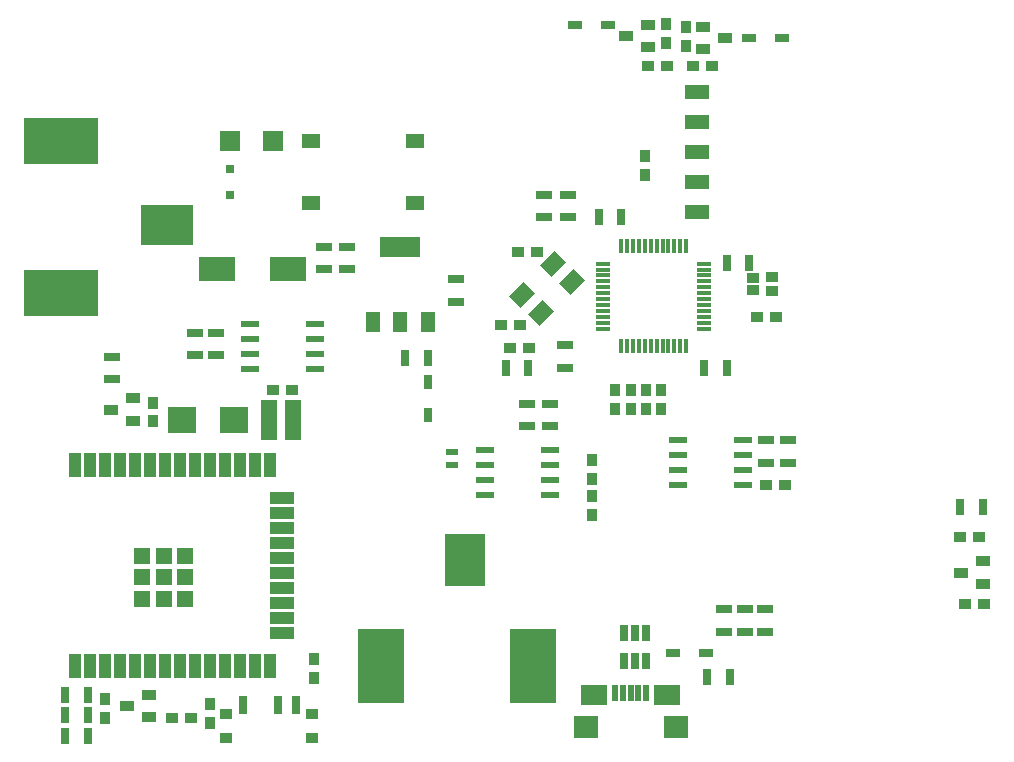
<source format=gtp>
G04*
G04 #@! TF.GenerationSoftware,Altium Limited,Altium Designer,23.4.1 (23)*
G04*
G04 Layer_Color=8421504*
%FSLAX25Y25*%
%MOIN*%
G70*
G04*
G04 #@! TF.SameCoordinates,687DAE7F-2A6D-4925-9110-F28A9C07312E*
G04*
G04*
G04 #@! TF.FilePolarity,Positive*
G04*
G01*
G75*
%ADD21R,0.03150X0.05512*%
%ADD22R,0.04194X0.03494*%
%ADD23R,0.05512X0.03150*%
G04:AMPARAMS|DCode=24|XSize=66.93mil|YSize=53.15mil|CornerRadius=0mil|HoleSize=0mil|Usage=FLASHONLY|Rotation=225.000|XOffset=0mil|YOffset=0mil|HoleType=Round|Shape=Rectangle|*
%AMROTATEDRECTD24*
4,1,4,0.00487,0.04245,0.04245,0.00487,-0.00487,-0.04245,-0.04245,-0.00487,0.00487,0.04245,0.0*
%
%ADD24ROTATEDRECTD24*%

%ADD25R,0.05118X0.01575*%
%ADD26R,0.01575X0.05118*%
%ADD27R,0.03494X0.04194*%
%ADD28R,0.04724X0.03543*%
%ADD29R,0.08268X0.04724*%
%ADD30R,0.02756X0.02756*%
%ADD31R,0.06693X0.06693*%
%ADD32R,0.17717X0.13386*%
%ADD33R,0.24803X0.15748*%
%ADD34R,0.03937X0.08268*%
%ADD35R,0.08268X0.03937*%
%ADD36R,0.05630X0.05630*%
%ADD37R,0.09252X0.08740*%
%ADD38R,0.07874X0.07480*%
%ADD39R,0.08661X0.06693*%
%ADD40R,0.01968X0.05709*%
%ADD41R,0.02756X0.05748*%
%ADD42R,0.04528X0.02559*%
%ADD43R,0.06299X0.02362*%
%ADD44R,0.04331X0.02362*%
%ADD45R,0.04331X0.03543*%
%ADD46R,0.03150X0.06299*%
%ADD47R,0.13386X0.17717*%
%ADD48R,0.15748X0.24803*%
%ADD49R,0.05512X0.13780*%
%ADD50R,0.02559X0.04528*%
%ADD51R,0.13386X0.06693*%
%ADD52R,0.05118X0.06693*%
%ADD53R,0.06496X0.05118*%
%ADD54R,0.12205X0.08268*%
D21*
X250984Y162598D02*
D03*
X258465D02*
D03*
X215748Y177953D02*
D03*
X208268D02*
D03*
X336260Y81260D02*
D03*
X328780D02*
D03*
X251969Y24803D02*
D03*
X244488D02*
D03*
X184843Y127559D02*
D03*
X177362D02*
D03*
X250984D02*
D03*
X243504D02*
D03*
X37992Y5118D02*
D03*
X30512D02*
D03*
X37992Y11811D02*
D03*
X30512D02*
D03*
X30512Y18504D02*
D03*
X37992D02*
D03*
X151181Y131102D02*
D03*
X143701D02*
D03*
D22*
X266142Y157832D02*
D03*
X259842Y157686D02*
D03*
X266142Y153232D02*
D03*
X259842Y153613D02*
D03*
X267324Y144685D02*
D03*
X261024D02*
D03*
X181496Y166358D02*
D03*
X187796D02*
D03*
X230926Y228225D02*
D03*
X224626D02*
D03*
X246063Y228346D02*
D03*
X239763D02*
D03*
X336575Y48937D02*
D03*
X330275D02*
D03*
X335080Y71417D02*
D03*
X328780D02*
D03*
X175590Y141949D02*
D03*
X181890D02*
D03*
X178740Y134468D02*
D03*
X185040D02*
D03*
X66141Y11024D02*
D03*
X72441D02*
D03*
X105906Y120472D02*
D03*
X99606D02*
D03*
X270473Y88583D02*
D03*
X264173D02*
D03*
D23*
X196850Y135236D02*
D03*
Y127756D02*
D03*
X80709Y139370D02*
D03*
Y131890D02*
D03*
X73622Y139370D02*
D03*
Y131890D02*
D03*
X46063Y131299D02*
D03*
Y123819D02*
D03*
X263779Y47244D02*
D03*
Y39764D02*
D03*
X257087Y47244D02*
D03*
Y39764D02*
D03*
X250000Y47244D02*
D03*
Y39764D02*
D03*
X192126Y108268D02*
D03*
Y115748D02*
D03*
X184252Y108268D02*
D03*
Y115748D02*
D03*
X160630Y157283D02*
D03*
Y149803D02*
D03*
X124409Y160630D02*
D03*
Y168110D02*
D03*
X116535Y160630D02*
D03*
Y168110D02*
D03*
X198031Y185433D02*
D03*
Y177953D02*
D03*
X190157Y185433D02*
D03*
Y177953D02*
D03*
X264173Y96063D02*
D03*
Y103543D02*
D03*
X271260Y96063D02*
D03*
Y103543D02*
D03*
D24*
X188912Y145999D02*
D03*
X199213Y156299D02*
D03*
X182788Y152123D02*
D03*
X193088Y162424D02*
D03*
D25*
X209842Y162421D02*
D03*
Y160453D02*
D03*
Y158484D02*
D03*
Y156516D02*
D03*
Y154547D02*
D03*
Y152579D02*
D03*
Y150610D02*
D03*
Y148642D02*
D03*
Y146673D02*
D03*
Y144705D02*
D03*
Y142736D02*
D03*
Y140768D02*
D03*
X243307D02*
D03*
Y142736D02*
D03*
Y144705D02*
D03*
Y146673D02*
D03*
Y148642D02*
D03*
Y150610D02*
D03*
Y152579D02*
D03*
Y154547D02*
D03*
Y156516D02*
D03*
Y158484D02*
D03*
Y160453D02*
D03*
Y162421D02*
D03*
D26*
X215748Y134862D02*
D03*
X217717D02*
D03*
X219685D02*
D03*
X221654D02*
D03*
X223622D02*
D03*
X225590D02*
D03*
X227559D02*
D03*
X229528D02*
D03*
X231496D02*
D03*
X233465D02*
D03*
X235433D02*
D03*
X237402D02*
D03*
Y168327D02*
D03*
X235433D02*
D03*
X233465D02*
D03*
X231496D02*
D03*
X229528D02*
D03*
X227559D02*
D03*
X225590D02*
D03*
X223622D02*
D03*
X221654D02*
D03*
X219685D02*
D03*
X217717D02*
D03*
X215748D02*
D03*
D27*
X230532Y242220D02*
D03*
Y235920D02*
D03*
X237185Y235135D02*
D03*
Y241435D02*
D03*
X59842Y109843D02*
D03*
Y116142D02*
D03*
X229134Y120295D02*
D03*
Y113995D02*
D03*
X224016Y120276D02*
D03*
Y113976D02*
D03*
X218898D02*
D03*
Y120276D02*
D03*
X213779Y113976D02*
D03*
Y120276D02*
D03*
X205906Y90551D02*
D03*
Y96851D02*
D03*
Y85040D02*
D03*
Y78740D02*
D03*
X78740Y9448D02*
D03*
Y15748D02*
D03*
X43701Y17323D02*
D03*
Y11023D02*
D03*
X113386Y30709D02*
D03*
Y24409D02*
D03*
X223622Y198229D02*
D03*
Y191929D02*
D03*
D28*
X242913Y241339D02*
D03*
Y233858D02*
D03*
X250354Y237598D02*
D03*
X45669Y113779D02*
D03*
X53110Y117520D02*
D03*
Y110039D02*
D03*
X328957Y59449D02*
D03*
X336398Y63189D02*
D03*
Y55709D02*
D03*
X51004Y14961D02*
D03*
X58445Y18701D02*
D03*
Y11220D02*
D03*
X224803Y234646D02*
D03*
Y242126D02*
D03*
X217362Y238386D02*
D03*
D29*
X240945Y179764D02*
D03*
Y189764D02*
D03*
Y199764D02*
D03*
Y209764D02*
D03*
Y219764D02*
D03*
D30*
X85433Y194095D02*
D03*
Y185433D02*
D03*
D31*
X99606Y203150D02*
D03*
X85433D02*
D03*
D32*
X64370Y175394D02*
D03*
D33*
X29134Y152559D02*
D03*
Y203346D02*
D03*
D34*
X33701Y28346D02*
D03*
X38701D02*
D03*
X43701D02*
D03*
X48701D02*
D03*
X53701D02*
D03*
X58701D02*
D03*
X63701D02*
D03*
X68701D02*
D03*
X73701D02*
D03*
X78701D02*
D03*
X83701D02*
D03*
X88701D02*
D03*
X93701D02*
D03*
X98701D02*
D03*
Y95276D02*
D03*
X93701D02*
D03*
X88701D02*
D03*
X83701D02*
D03*
X78701D02*
D03*
X73701D02*
D03*
X68701D02*
D03*
X63701D02*
D03*
X58701D02*
D03*
X53701D02*
D03*
X48701D02*
D03*
X43701D02*
D03*
X38701D02*
D03*
X33701D02*
D03*
D35*
X102638Y39311D02*
D03*
Y44311D02*
D03*
Y49311D02*
D03*
Y54311D02*
D03*
Y59311D02*
D03*
Y64311D02*
D03*
Y69311D02*
D03*
Y74311D02*
D03*
Y79311D02*
D03*
Y84311D02*
D03*
D36*
X56004Y50650D02*
D03*
Y57874D02*
D03*
Y65098D02*
D03*
X63228Y50650D02*
D03*
Y57874D02*
D03*
Y65098D02*
D03*
X70453Y50650D02*
D03*
Y57874D02*
D03*
Y65098D02*
D03*
D37*
X69410Y110236D02*
D03*
X86614D02*
D03*
D38*
X233858Y8071D02*
D03*
X203937D02*
D03*
D39*
X231102Y18809D02*
D03*
X206693D02*
D03*
D40*
X213779Y19291D02*
D03*
X216339D02*
D03*
X218898D02*
D03*
X221457D02*
D03*
X224016D02*
D03*
D41*
X224016Y39173D02*
D03*
X220276D02*
D03*
X216535D02*
D03*
Y29921D02*
D03*
X220276D02*
D03*
X224016D02*
D03*
D42*
X233071Y32677D02*
D03*
X244094D02*
D03*
X258268Y237795D02*
D03*
X269291D02*
D03*
X211240Y242004D02*
D03*
X200217D02*
D03*
D43*
X234842Y98563D02*
D03*
Y93563D02*
D03*
Y88563D02*
D03*
X256496D02*
D03*
Y93563D02*
D03*
Y98563D02*
D03*
Y103563D02*
D03*
X234842D02*
D03*
X170276Y100413D02*
D03*
X191929D02*
D03*
Y95413D02*
D03*
Y90413D02*
D03*
Y85413D02*
D03*
X170276D02*
D03*
Y90413D02*
D03*
Y95413D02*
D03*
X113583Y127146D02*
D03*
X91929D02*
D03*
Y132146D02*
D03*
Y137146D02*
D03*
Y142146D02*
D03*
X113583D02*
D03*
Y137146D02*
D03*
Y132146D02*
D03*
D44*
X159449Y95473D02*
D03*
Y99803D02*
D03*
D45*
X84055Y4331D02*
D03*
X112795D02*
D03*
X84055Y12205D02*
D03*
X112795D02*
D03*
D46*
X107283Y15157D02*
D03*
X101378D02*
D03*
X89567D02*
D03*
D47*
X163583Y63583D02*
D03*
D48*
X186417Y28346D02*
D03*
X135630D02*
D03*
D49*
X98228Y110236D02*
D03*
X106496D02*
D03*
D50*
X151181Y122835D02*
D03*
Y111811D02*
D03*
D51*
X142126Y168110D02*
D03*
D52*
X151181Y142913D02*
D03*
X142126D02*
D03*
X133071D02*
D03*
D53*
X146850Y182658D02*
D03*
X112205D02*
D03*
Y203169D02*
D03*
X146850D02*
D03*
D54*
X104724Y160630D02*
D03*
X81102D02*
D03*
M02*

</source>
